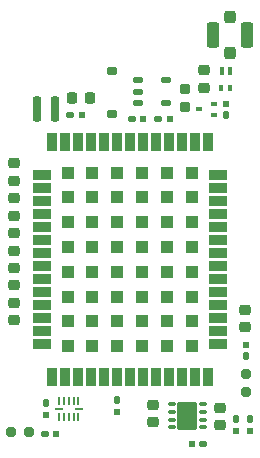
<source format=gbr>
%TF.GenerationSoftware,KiCad,Pcbnew,8.0.7-8.0.7-0~ubuntu24.04.1*%
%TF.CreationDate,2024-12-23T11:48:45-05:00*%
%TF.ProjectId,gnssBoard,676e7373-426f-4617-9264-2e6b69636164,rev?*%
%TF.SameCoordinates,Original*%
%TF.FileFunction,Paste,Top*%
%TF.FilePolarity,Positive*%
%FSLAX46Y46*%
G04 Gerber Fmt 4.6, Leading zero omitted, Abs format (unit mm)*
G04 Created by KiCad (PCBNEW 8.0.7-8.0.7-0~ubuntu24.04.1) date 2024-12-23 11:48:45*
%MOMM*%
%LPD*%
G01*
G04 APERTURE LIST*
G04 Aperture macros list*
%AMRoundRect*
0 Rectangle with rounded corners*
0 $1 Rounding radius*
0 $2 $3 $4 $5 $6 $7 $8 $9 X,Y pos of 4 corners*
0 Add a 4 corners polygon primitive as box body*
4,1,4,$2,$3,$4,$5,$6,$7,$8,$9,$2,$3,0*
0 Add four circle primitives for the rounded corners*
1,1,$1+$1,$2,$3*
1,1,$1+$1,$4,$5*
1,1,$1+$1,$6,$7*
1,1,$1+$1,$8,$9*
0 Add four rect primitives between the rounded corners*
20,1,$1+$1,$2,$3,$4,$5,0*
20,1,$1+$1,$4,$5,$6,$7,0*
20,1,$1+$1,$6,$7,$8,$9,0*
20,1,$1+$1,$8,$9,$2,$3,0*%
G04 Aperture macros list end*
%ADD10RoundRect,0.217750X-0.217750X-0.267250X0.217750X-0.267250X0.217750X0.267250X-0.217750X0.267250X0*%
%ADD11RoundRect,0.137500X0.152500X-0.137500X0.152500X0.137500X-0.152500X0.137500X-0.152500X-0.137500X0*%
%ADD12RoundRect,0.145000X0.145000X-0.155000X0.145000X0.155000X-0.145000X0.155000X-0.145000X-0.155000X0*%
%ADD13RoundRect,0.137500X0.137500X0.152500X-0.137500X0.152500X-0.137500X-0.152500X0.137500X-0.152500X0*%
%ADD14RoundRect,0.145000X0.155000X0.145000X-0.155000X0.145000X-0.155000X-0.145000X0.155000X-0.145000X0*%
%ADD15RoundRect,0.137500X0.262500X0.137500X-0.262500X0.137500X-0.262500X-0.137500X0.262500X-0.137500X0*%
%ADD16RoundRect,0.200000X-0.200000X-0.200000X0.200000X-0.200000X0.200000X0.200000X-0.200000X0.200000X0*%
%ADD17RoundRect,0.217750X-0.267250X0.217750X-0.267250X-0.217750X0.267250X-0.217750X0.267250X0.217750X0*%
%ADD18RoundRect,0.050000X0.050000X-0.300000X0.050000X0.300000X-0.050000X0.300000X-0.050000X-0.300000X0*%
%ADD19RoundRect,0.050000X0.300000X0.050000X-0.300000X0.050000X-0.300000X-0.050000X0.300000X-0.050000X0*%
%ADD20RoundRect,0.050000X-0.050000X0.300000X-0.050000X-0.300000X0.050000X-0.300000X0.050000X0.300000X0*%
%ADD21RoundRect,0.050000X-0.300000X-0.050000X0.300000X-0.050000X0.300000X0.050000X-0.300000X0.050000X0*%
%ADD22RoundRect,0.217750X0.267250X-0.217750X0.267250X0.217750X-0.267250X0.217750X-0.267250X-0.217750X0*%
%ADD23RoundRect,0.200000X-0.200000X0.200000X-0.200000X-0.200000X0.200000X-0.200000X0.200000X0.200000X0*%
%ADD24R,1.498600X0.812800*%
%ADD25R,0.812800X1.498600*%
%ADD26R,1.092200X1.092200*%
%ADD27RoundRect,0.137500X-0.152500X0.137500X-0.152500X-0.137500X0.152500X-0.137500X0.152500X0.137500X0*%
%ADD28RoundRect,0.145000X-0.145000X0.155000X-0.145000X-0.155000X0.145000X-0.155000X0.145000X0.155000X0*%
%ADD29RoundRect,0.087500X-0.237500X-0.087500X0.237500X-0.087500X0.237500X0.087500X-0.237500X0.087500X0*%
%ADD30RoundRect,0.050000X-0.775000X-1.125000X0.775000X-1.125000X0.775000X1.125000X-0.775000X1.125000X0*%
%ADD31RoundRect,0.190000X0.205000X-0.190000X0.205000X0.190000X-0.205000X0.190000X-0.205000X-0.190000X0*%
%ADD32RoundRect,0.137500X-0.137500X-0.152500X0.137500X-0.152500X0.137500X0.152500X-0.137500X0.152500X0*%
%ADD33RoundRect,0.145000X-0.155000X-0.145000X0.155000X-0.145000X0.155000X0.145000X-0.155000X0.145000X0*%
%ADD34RoundRect,0.205000X-0.259500X0.205000X-0.259500X-0.205000X0.259500X-0.205000X0.259500X0.205000X0*%
%ADD35RoundRect,0.100000X-0.100000X-0.250000X0.100000X-0.250000X0.100000X0.250000X-0.100000X0.250000X0*%
%ADD36RoundRect,0.100000X0.100000X0.150000X-0.100000X0.150000X-0.100000X-0.150000X0.100000X-0.150000X0*%
%ADD37RoundRect,0.100000X0.155000X-0.100000X0.155000X0.100000X-0.155000X0.100000X-0.155000X-0.100000X0*%
%ADD38RoundRect,0.250000X0.250000X0.275000X-0.250000X0.275000X-0.250000X-0.275000X0.250000X-0.275000X0*%
%ADD39RoundRect,0.262500X0.262500X0.837500X-0.262500X0.837500X-0.262500X-0.837500X0.262500X-0.837500X0*%
%ADD40RoundRect,0.187500X-0.187500X0.875000X-0.187500X-0.875000X0.187500X-0.875000X0.187500X0.875000X0*%
G04 APERTURE END LIST*
D10*
%TO.C,C9*%
X135150000Y-85850000D03*
X136650000Y-85850000D03*
%TD*%
D11*
%TO.C,R3*%
X132900000Y-112640000D03*
D12*
X132900000Y-111685000D03*
%TD*%
D13*
%TO.C,R12*%
X141140000Y-87600000D03*
D14*
X140185000Y-87600000D03*
%TD*%
D15*
%TO.C,U4*%
X140700000Y-84350000D03*
X140700000Y-85300000D03*
X140700000Y-86250000D03*
X143100000Y-86250000D03*
X143100000Y-84350000D03*
%TD*%
D16*
%TO.C,D1*%
X131450000Y-114100000D03*
X129950000Y-114100000D03*
%TD*%
D13*
%TO.C,R2*%
X133790000Y-114300000D03*
D14*
X132835000Y-114300000D03*
%TD*%
D11*
%TO.C,R9*%
X149000000Y-113990000D03*
D12*
X149000000Y-113035000D03*
%TD*%
D17*
%TO.C,C1*%
X147625000Y-112050000D03*
X147625000Y-113550000D03*
%TD*%
D18*
%TO.C,U2*%
X134050000Y-112850000D03*
X134450000Y-112850000D03*
X134850000Y-112850000D03*
X135250000Y-112850000D03*
X135650000Y-112850000D03*
D19*
X135700000Y-112150000D03*
D20*
X135650000Y-111450000D03*
X135250000Y-111450000D03*
X134850000Y-111450000D03*
X134450000Y-111450000D03*
X134050000Y-111450000D03*
D21*
X134000000Y-112150000D03*
%TD*%
D13*
%TO.C,R4*%
X135940000Y-87250000D03*
D14*
X134985000Y-87250000D03*
%TD*%
D11*
%TO.C,R11*%
X138900000Y-112390000D03*
D12*
X138900000Y-111435000D03*
%TD*%
D22*
%TO.C,C6*%
X130250000Y-101700000D03*
X130250000Y-100200000D03*
%TD*%
%TO.C,C4*%
X130250000Y-95800000D03*
X130250000Y-94300000D03*
%TD*%
D23*
%TO.C,D4*%
X149850000Y-110700000D03*
X149850000Y-109200000D03*
%TD*%
D24*
%TO.C,U3*%
X147450000Y-106650000D03*
X147450000Y-105550001D03*
X147450000Y-104450000D03*
X147450000Y-103350000D03*
X147450000Y-102250000D03*
X147450000Y-101149999D03*
X147450000Y-100049999D03*
X147450000Y-98950001D03*
X147450000Y-97850001D03*
X147450000Y-96750000D03*
X147450000Y-95650000D03*
X147450000Y-94550000D03*
X147450000Y-93449999D03*
X147450000Y-92349999D03*
D25*
X146599999Y-89550000D03*
X145499999Y-89550000D03*
X144399999Y-89550000D03*
X143300001Y-89550000D03*
X142200001Y-89550000D03*
X141100000Y-89550000D03*
X140000000Y-89550000D03*
X138900000Y-89550000D03*
X137799999Y-89550000D03*
X136699999Y-89550000D03*
X135599999Y-89550000D03*
X134499998Y-89550000D03*
X133399998Y-89550000D03*
D24*
X132550000Y-92349999D03*
X132550000Y-93449999D03*
X132550000Y-94550000D03*
X132550000Y-95650000D03*
X132550000Y-96750000D03*
X132550000Y-97850001D03*
X132550000Y-98950001D03*
X132550000Y-100049999D03*
X132550000Y-101149999D03*
X132550000Y-102250000D03*
X132550000Y-103350000D03*
X132550000Y-104450000D03*
X132550000Y-105550001D03*
X132550000Y-106650001D03*
D25*
X133400001Y-109450000D03*
X134500001Y-109450000D03*
X135600001Y-109450000D03*
X136699999Y-109450000D03*
X137799999Y-109450000D03*
X138900000Y-109450000D03*
X140000000Y-109450000D03*
X141100000Y-109450000D03*
X142200001Y-109450000D03*
X143300001Y-109450000D03*
X144400001Y-109450000D03*
X145500002Y-109450000D03*
X146600002Y-109450000D03*
D26*
X145250000Y-106850000D03*
X143149999Y-106850000D03*
X141050000Y-106850000D03*
X138950000Y-106850000D03*
X136850001Y-106850000D03*
X134750000Y-106850000D03*
X145250000Y-104750000D03*
X143149999Y-104750000D03*
X141050000Y-104750000D03*
X138950000Y-104750000D03*
X136850001Y-104750000D03*
X134750000Y-104750000D03*
X145250000Y-102650000D03*
X143149999Y-102650000D03*
X141050000Y-102650000D03*
X138950000Y-102650000D03*
X136850001Y-102650000D03*
X134750000Y-102650000D03*
X145250000Y-100550000D03*
X143149999Y-100550000D03*
X141050000Y-100550000D03*
X138950000Y-100550000D03*
X136850001Y-100550000D03*
X134750000Y-100550000D03*
X145250000Y-98450000D03*
X143149999Y-98450000D03*
X141050000Y-98450000D03*
X138950000Y-98450000D03*
X136850001Y-98450000D03*
X134750000Y-98450000D03*
X145250000Y-96350000D03*
X143149999Y-96350000D03*
X141050000Y-96350000D03*
X138950000Y-96350000D03*
X136850001Y-96350000D03*
X134750000Y-96350000D03*
X145250000Y-94250000D03*
X143149999Y-94250000D03*
X141050000Y-94250000D03*
X138950000Y-94250000D03*
X136850001Y-94250000D03*
X134750000Y-94250000D03*
X145250000Y-92150000D03*
X143149999Y-92150000D03*
X141050000Y-92150000D03*
X138950000Y-92150000D03*
X136850001Y-92150000D03*
X134750000Y-92150000D03*
%TD*%
D27*
%TO.C,R8*%
X148200000Y-86310000D03*
D28*
X148200000Y-87265000D03*
%TD*%
D22*
%TO.C,C8*%
X130250000Y-92850000D03*
X130250000Y-91350000D03*
%TD*%
D17*
%TO.C,C7*%
X130250000Y-103150000D03*
X130250000Y-104650000D03*
%TD*%
D29*
%TO.C,U1*%
X143575000Y-111775000D03*
X143575000Y-112425000D03*
X143575000Y-113075000D03*
X143575000Y-113725000D03*
X146225000Y-113725000D03*
X146225000Y-113075000D03*
X146225000Y-112425000D03*
X146225000Y-111775000D03*
D30*
X144900000Y-112750000D03*
%TD*%
D31*
%TO.C,D2*%
X138550000Y-83570000D03*
X138550000Y-87180000D03*
%TD*%
D22*
%TO.C,C5*%
X130250000Y-98750000D03*
X130250000Y-97250000D03*
%TD*%
D27*
%TO.C,R6*%
X149850000Y-106710000D03*
D28*
X149850000Y-107665000D03*
%TD*%
D32*
%TO.C,R1*%
X145245000Y-115100000D03*
D33*
X146200000Y-115100000D03*
%TD*%
D34*
%TO.C,R5*%
X144700000Y-85045000D03*
X144700000Y-86555000D03*
%TD*%
D17*
%TO.C,C3*%
X149800000Y-103750000D03*
X149800000Y-105250000D03*
%TD*%
D35*
%TO.C,D3*%
X147800000Y-83575000D03*
X148500000Y-83575000D03*
%TD*%
D36*
%TO.C,L1*%
X148500000Y-85000000D03*
X147700000Y-85000000D03*
%TD*%
D37*
%TO.C,Q1*%
X147150000Y-87300000D03*
X147150000Y-86300000D03*
X145850000Y-86800000D03*
%TD*%
D13*
%TO.C,R10*%
X143390000Y-87600000D03*
D14*
X142435000Y-87600000D03*
%TD*%
D38*
%TO.C,AE1*%
X148500000Y-82025000D03*
D39*
X149975000Y-80500000D03*
D38*
X148500000Y-78975000D03*
D39*
X147025000Y-80500000D03*
%TD*%
D17*
%TO.C,C2*%
X141950000Y-111800000D03*
X141950000Y-113300000D03*
%TD*%
D11*
%TO.C,R7*%
X150150000Y-113990000D03*
D12*
X150150000Y-113035000D03*
%TD*%
D22*
%TO.C,C10*%
X146300000Y-85000000D03*
X146300000Y-83500000D03*
%TD*%
D40*
%TO.C,BT1*%
X133700000Y-86748750D03*
X132200000Y-86748750D03*
%TD*%
M02*

</source>
